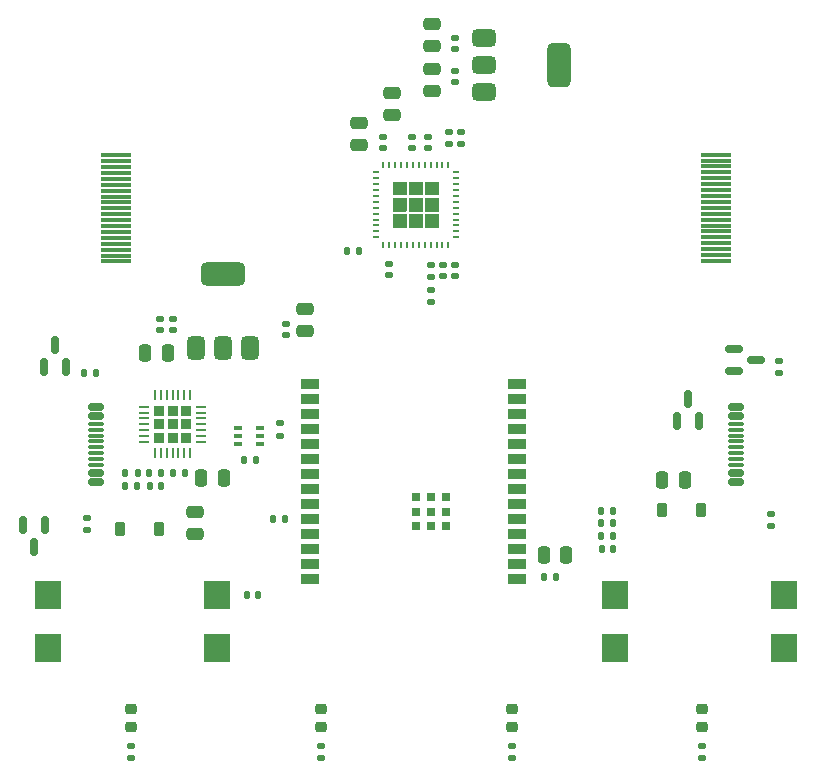
<source format=gtp>
G04 #@! TF.GenerationSoftware,KiCad,Pcbnew,8.0.5*
G04 #@! TF.CreationDate,2024-09-21T22:05:45-07:00*
G04 #@! TF.ProjectId,HDMI Breakout,48444d49-2042-4726-9561-6b6f75742e6b,rev?*
G04 #@! TF.SameCoordinates,Original*
G04 #@! TF.FileFunction,Paste,Top*
G04 #@! TF.FilePolarity,Positive*
%FSLAX46Y46*%
G04 Gerber Fmt 4.6, Leading zero omitted, Abs format (unit mm)*
G04 Created by KiCad (PCBNEW 8.0.5) date 2024-09-21 22:05:45*
%MOMM*%
%LPD*%
G01*
G04 APERTURE LIST*
G04 Aperture macros list*
%AMRoundRect*
0 Rectangle with rounded corners*
0 $1 Rounding radius*
0 $2 $3 $4 $5 $6 $7 $8 $9 X,Y pos of 4 corners*
0 Add a 4 corners polygon primitive as box body*
4,1,4,$2,$3,$4,$5,$6,$7,$8,$9,$2,$3,0*
0 Add four circle primitives for the rounded corners*
1,1,$1+$1,$2,$3*
1,1,$1+$1,$4,$5*
1,1,$1+$1,$6,$7*
1,1,$1+$1,$8,$9*
0 Add four rect primitives between the rounded corners*
20,1,$1+$1,$2,$3,$4,$5,0*
20,1,$1+$1,$4,$5,$6,$7,0*
20,1,$1+$1,$6,$7,$8,$9,0*
20,1,$1+$1,$8,$9,$2,$3,0*%
G04 Aperture macros list end*
%ADD10C,0.000000*%
%ADD11RoundRect,0.140000X0.170000X-0.140000X0.170000X0.140000X-0.170000X0.140000X-0.170000X-0.140000X0*%
%ADD12RoundRect,0.150000X-0.500000X0.150000X-0.500000X-0.150000X0.500000X-0.150000X0.500000X0.150000X0*%
%ADD13RoundRect,0.075000X-0.575000X0.075000X-0.575000X-0.075000X0.575000X-0.075000X0.575000X0.075000X0*%
%ADD14RoundRect,0.135000X-0.185000X0.135000X-0.185000X-0.135000X0.185000X-0.135000X0.185000X0.135000X0*%
%ADD15R,1.500000X0.900000*%
%ADD16R,0.800000X0.800000*%
%ADD17RoundRect,0.140000X-0.170000X0.140000X-0.170000X-0.140000X0.170000X-0.140000X0.170000X0.140000X0*%
%ADD18RoundRect,0.135000X-0.135000X-0.185000X0.135000X-0.185000X0.135000X0.185000X-0.135000X0.185000X0*%
%ADD19RoundRect,0.140000X-0.140000X-0.170000X0.140000X-0.170000X0.140000X0.170000X-0.140000X0.170000X0*%
%ADD20RoundRect,0.135000X0.185000X-0.135000X0.185000X0.135000X-0.185000X0.135000X-0.185000X-0.135000X0*%
%ADD21RoundRect,0.135000X0.135000X0.185000X-0.135000X0.185000X-0.135000X-0.185000X0.135000X-0.185000X0*%
%ADD22RoundRect,0.218750X0.256250X-0.218750X0.256250X0.218750X-0.256250X0.218750X-0.256250X-0.218750X0*%
%ADD23RoundRect,0.375000X-0.625000X-0.375000X0.625000X-0.375000X0.625000X0.375000X-0.625000X0.375000X0*%
%ADD24RoundRect,0.500000X-0.500000X-1.400000X0.500000X-1.400000X0.500000X1.400000X-0.500000X1.400000X0*%
%ADD25RoundRect,0.250000X0.475000X-0.250000X0.475000X0.250000X-0.475000X0.250000X-0.475000X-0.250000X0*%
%ADD26RoundRect,0.250000X-0.250000X-0.475000X0.250000X-0.475000X0.250000X0.475000X-0.250000X0.475000X0*%
%ADD27RoundRect,0.100000X-0.225000X-0.100000X0.225000X-0.100000X0.225000X0.100000X-0.225000X0.100000X0*%
%ADD28R,2.641600X0.330200*%
%ADD29RoundRect,0.225000X-0.225000X-0.375000X0.225000X-0.375000X0.225000X0.375000X-0.225000X0.375000X0*%
%ADD30RoundRect,0.225000X0.225000X0.375000X-0.225000X0.375000X-0.225000X-0.375000X0.225000X-0.375000X0*%
%ADD31RoundRect,0.150000X0.150000X-0.587500X0.150000X0.587500X-0.150000X0.587500X-0.150000X-0.587500X0*%
%ADD32RoundRect,0.375000X0.375000X-0.625000X0.375000X0.625000X-0.375000X0.625000X-0.375000X-0.625000X0*%
%ADD33RoundRect,0.500000X1.400000X-0.500000X1.400000X0.500000X-1.400000X0.500000X-1.400000X-0.500000X0*%
%ADD34RoundRect,0.150000X0.500000X-0.150000X0.500000X0.150000X-0.500000X0.150000X-0.500000X-0.150000X0*%
%ADD35RoundRect,0.075000X0.575000X-0.075000X0.575000X0.075000X-0.575000X0.075000X-0.575000X-0.075000X0*%
%ADD36R,2.300000X2.400000*%
%ADD37RoundRect,0.140000X0.140000X0.170000X-0.140000X0.170000X-0.140000X-0.170000X0.140000X-0.170000X0*%
%ADD38RoundRect,0.150000X-0.587500X-0.150000X0.587500X-0.150000X0.587500X0.150000X-0.587500X0.150000X0*%
%ADD39RoundRect,0.250000X-0.475000X0.250000X-0.475000X-0.250000X0.475000X-0.250000X0.475000X0.250000X0*%
%ADD40R,0.599999X0.240000*%
%ADD41R,0.240000X0.599999*%
%ADD42RoundRect,0.250000X0.250000X0.475000X-0.250000X0.475000X-0.250000X-0.475000X0.250000X-0.475000X0*%
%ADD43RoundRect,0.150000X-0.150000X0.587500X-0.150000X-0.587500X0.150000X-0.587500X0.150000X0.587500X0*%
%ADD44RoundRect,0.225000X-0.225000X-0.225000X0.225000X-0.225000X0.225000X0.225000X-0.225000X0.225000X0*%
%ADD45RoundRect,0.062500X-0.337500X-0.062500X0.337500X-0.062500X0.337500X0.062500X-0.337500X0.062500X0*%
%ADD46RoundRect,0.062500X-0.062500X-0.337500X0.062500X-0.337500X0.062500X0.337500X-0.062500X0.337500X0*%
G04 APERTURE END LIST*
D10*
G36*
X84172622Y-67006010D02*
G01*
X84182497Y-67009007D01*
X84191601Y-67013871D01*
X84199579Y-67020419D01*
X84206127Y-67028398D01*
X84210991Y-67037501D01*
X84213988Y-67047376D01*
X84214999Y-67057648D01*
X84214999Y-68122350D01*
X84213988Y-68132622D01*
X84210991Y-68142497D01*
X84206127Y-68151601D01*
X84199579Y-68159579D01*
X84191601Y-68166127D01*
X84182497Y-68170991D01*
X84172622Y-68173988D01*
X84162350Y-68174999D01*
X83097648Y-68174999D01*
X83087376Y-68173988D01*
X83077501Y-68170991D01*
X83068398Y-68166127D01*
X83060419Y-68159579D01*
X83053871Y-68151601D01*
X83049007Y-68142497D01*
X83046010Y-68132622D01*
X83044999Y-68122350D01*
X83044999Y-67057648D01*
X83046010Y-67047376D01*
X83049007Y-67037501D01*
X83053871Y-67028398D01*
X83060419Y-67020419D01*
X83068398Y-67013871D01*
X83077501Y-67009007D01*
X83087376Y-67006010D01*
X83097648Y-67004999D01*
X84162350Y-67004999D01*
X84172622Y-67006010D01*
G37*
G36*
X84172622Y-68376010D02*
G01*
X84182497Y-68379007D01*
X84191601Y-68383871D01*
X84199579Y-68390419D01*
X84206127Y-68398397D01*
X84210991Y-68407501D01*
X84213988Y-68417376D01*
X84214999Y-68427648D01*
X84214999Y-69492350D01*
X84213988Y-69502622D01*
X84210991Y-69512497D01*
X84206127Y-69521601D01*
X84199579Y-69529579D01*
X84191601Y-69536127D01*
X84182497Y-69540991D01*
X84172622Y-69543988D01*
X84162350Y-69544999D01*
X83097648Y-69544999D01*
X83087376Y-69543988D01*
X83077501Y-69540991D01*
X83068398Y-69536127D01*
X83060419Y-69529579D01*
X83053871Y-69521601D01*
X83049007Y-69512497D01*
X83046010Y-69502622D01*
X83044999Y-69492350D01*
X83044999Y-68427648D01*
X83046010Y-68417376D01*
X83049007Y-68407501D01*
X83053871Y-68398397D01*
X83060419Y-68390419D01*
X83068398Y-68383871D01*
X83077501Y-68379007D01*
X83087376Y-68376010D01*
X83097648Y-68374999D01*
X84162350Y-68374999D01*
X84172622Y-68376010D01*
G37*
G36*
X84172622Y-69746010D02*
G01*
X84182497Y-69749007D01*
X84191601Y-69753871D01*
X84199579Y-69760419D01*
X84206127Y-69768397D01*
X84210991Y-69777501D01*
X84213988Y-69787376D01*
X84214999Y-69797648D01*
X84214999Y-70862350D01*
X84213988Y-70872622D01*
X84210991Y-70882497D01*
X84206127Y-70891600D01*
X84199579Y-70899579D01*
X84191601Y-70906127D01*
X84182497Y-70910991D01*
X84172622Y-70913988D01*
X84162350Y-70914999D01*
X83097648Y-70914999D01*
X83087376Y-70913988D01*
X83077501Y-70910991D01*
X83068398Y-70906127D01*
X83060419Y-70899579D01*
X83053871Y-70891600D01*
X83049007Y-70882497D01*
X83046010Y-70872622D01*
X83044999Y-70862350D01*
X83044999Y-69797648D01*
X83046010Y-69787376D01*
X83049007Y-69777501D01*
X83053871Y-69768397D01*
X83060419Y-69760419D01*
X83068398Y-69753871D01*
X83077501Y-69749007D01*
X83087376Y-69746010D01*
X83097648Y-69744999D01*
X84162350Y-69744999D01*
X84172622Y-69746010D01*
G37*
G36*
X85542622Y-67006010D02*
G01*
X85552497Y-67009007D01*
X85561601Y-67013871D01*
X85569579Y-67020419D01*
X85576127Y-67028398D01*
X85580991Y-67037501D01*
X85583988Y-67047376D01*
X85584999Y-67057648D01*
X85584999Y-68122350D01*
X85583988Y-68132622D01*
X85580991Y-68142497D01*
X85576127Y-68151601D01*
X85569579Y-68159579D01*
X85561601Y-68166127D01*
X85552497Y-68170991D01*
X85542622Y-68173988D01*
X85532350Y-68174999D01*
X84467648Y-68174999D01*
X84457376Y-68173988D01*
X84447501Y-68170991D01*
X84438397Y-68166127D01*
X84430419Y-68159579D01*
X84423871Y-68151601D01*
X84419007Y-68142497D01*
X84416010Y-68132622D01*
X84414999Y-68122350D01*
X84414999Y-67057648D01*
X84416010Y-67047376D01*
X84419007Y-67037501D01*
X84423871Y-67028398D01*
X84430419Y-67020419D01*
X84438397Y-67013871D01*
X84447501Y-67009007D01*
X84457376Y-67006010D01*
X84467648Y-67004999D01*
X85532350Y-67004999D01*
X85542622Y-67006010D01*
G37*
G36*
X85542622Y-68376010D02*
G01*
X85552497Y-68379007D01*
X85561601Y-68383871D01*
X85569579Y-68390419D01*
X85576127Y-68398397D01*
X85580991Y-68407501D01*
X85583988Y-68417376D01*
X85584999Y-68427648D01*
X85584999Y-69492350D01*
X85583988Y-69502622D01*
X85580991Y-69512497D01*
X85576127Y-69521601D01*
X85569579Y-69529579D01*
X85561601Y-69536127D01*
X85552497Y-69540991D01*
X85542622Y-69543988D01*
X85532350Y-69544999D01*
X84467648Y-69544999D01*
X84457376Y-69543988D01*
X84447501Y-69540991D01*
X84438397Y-69536127D01*
X84430419Y-69529579D01*
X84423871Y-69521601D01*
X84419007Y-69512497D01*
X84416010Y-69502622D01*
X84414999Y-69492350D01*
X84414999Y-68427648D01*
X84416010Y-68417376D01*
X84419007Y-68407501D01*
X84423871Y-68398397D01*
X84430419Y-68390419D01*
X84438397Y-68383871D01*
X84447501Y-68379007D01*
X84457376Y-68376010D01*
X84467648Y-68374999D01*
X85532350Y-68374999D01*
X85542622Y-68376010D01*
G37*
G36*
X85542622Y-69746010D02*
G01*
X85552497Y-69749007D01*
X85561601Y-69753871D01*
X85569579Y-69760419D01*
X85576127Y-69768397D01*
X85580991Y-69777501D01*
X85583988Y-69787376D01*
X85584999Y-69797648D01*
X85584999Y-70862350D01*
X85583988Y-70872622D01*
X85580991Y-70882497D01*
X85576127Y-70891600D01*
X85569579Y-70899579D01*
X85561601Y-70906127D01*
X85552497Y-70910991D01*
X85542622Y-70913988D01*
X85532350Y-70914999D01*
X84467648Y-70914999D01*
X84457376Y-70913988D01*
X84447501Y-70910991D01*
X84438397Y-70906127D01*
X84430419Y-70899579D01*
X84423871Y-70891600D01*
X84419007Y-70882497D01*
X84416010Y-70872622D01*
X84414999Y-70862350D01*
X84414999Y-69797648D01*
X84416010Y-69787376D01*
X84419007Y-69777501D01*
X84423871Y-69768397D01*
X84430419Y-69760419D01*
X84438397Y-69753871D01*
X84447501Y-69749007D01*
X84457376Y-69746010D01*
X84467648Y-69744999D01*
X85532350Y-69744999D01*
X85542622Y-69746010D01*
G37*
G36*
X86912622Y-67006010D02*
G01*
X86922497Y-67009007D01*
X86931600Y-67013871D01*
X86939579Y-67020419D01*
X86946127Y-67028398D01*
X86950991Y-67037501D01*
X86953988Y-67047376D01*
X86954999Y-67057648D01*
X86954999Y-68122350D01*
X86953988Y-68132622D01*
X86950991Y-68142497D01*
X86946127Y-68151601D01*
X86939579Y-68159579D01*
X86931600Y-68166127D01*
X86922497Y-68170991D01*
X86912622Y-68173988D01*
X86902350Y-68174999D01*
X85837648Y-68174999D01*
X85827376Y-68173988D01*
X85817501Y-68170991D01*
X85808397Y-68166127D01*
X85800419Y-68159579D01*
X85793871Y-68151601D01*
X85789007Y-68142497D01*
X85786010Y-68132622D01*
X85784999Y-68122350D01*
X85784999Y-67057648D01*
X85786010Y-67047376D01*
X85789007Y-67037501D01*
X85793871Y-67028398D01*
X85800419Y-67020419D01*
X85808397Y-67013871D01*
X85817501Y-67009007D01*
X85827376Y-67006010D01*
X85837648Y-67004999D01*
X86902350Y-67004999D01*
X86912622Y-67006010D01*
G37*
G36*
X86912622Y-68376010D02*
G01*
X86922497Y-68379007D01*
X86931600Y-68383871D01*
X86939579Y-68390419D01*
X86946127Y-68398397D01*
X86950991Y-68407501D01*
X86953988Y-68417376D01*
X86954999Y-68427648D01*
X86954999Y-69492350D01*
X86953988Y-69502622D01*
X86950991Y-69512497D01*
X86946127Y-69521601D01*
X86939579Y-69529579D01*
X86931600Y-69536127D01*
X86922497Y-69540991D01*
X86912622Y-69543988D01*
X86902350Y-69544999D01*
X85837648Y-69544999D01*
X85827376Y-69543988D01*
X85817501Y-69540991D01*
X85808397Y-69536127D01*
X85800419Y-69529579D01*
X85793871Y-69521601D01*
X85789007Y-69512497D01*
X85786010Y-69502622D01*
X85784999Y-69492350D01*
X85784999Y-68427648D01*
X85786010Y-68417376D01*
X85789007Y-68407501D01*
X85793871Y-68398397D01*
X85800419Y-68390419D01*
X85808397Y-68383871D01*
X85817501Y-68379007D01*
X85827376Y-68376010D01*
X85837648Y-68374999D01*
X86902350Y-68374999D01*
X86912622Y-68376010D01*
G37*
G36*
X86912622Y-69746010D02*
G01*
X86922497Y-69749007D01*
X86931600Y-69753871D01*
X86939579Y-69760419D01*
X86946127Y-69768397D01*
X86950991Y-69777501D01*
X86953988Y-69787376D01*
X86954999Y-69797648D01*
X86954999Y-70862350D01*
X86953988Y-70872622D01*
X86950991Y-70882497D01*
X86946127Y-70891600D01*
X86939579Y-70899579D01*
X86931600Y-70906127D01*
X86922497Y-70910991D01*
X86912622Y-70913988D01*
X86902350Y-70914999D01*
X85837648Y-70914999D01*
X85827376Y-70913988D01*
X85817501Y-70910991D01*
X85808397Y-70906127D01*
X85800419Y-70899579D01*
X85793871Y-70891600D01*
X85789007Y-70882497D01*
X85786010Y-70872622D01*
X85784999Y-70862350D01*
X85784999Y-69797648D01*
X85786010Y-69787376D01*
X85789007Y-69777501D01*
X85793871Y-69768397D01*
X85800419Y-69760419D01*
X85808397Y-69753871D01*
X85817501Y-69749007D01*
X85827376Y-69746010D01*
X85837648Y-69744999D01*
X86902350Y-69744999D01*
X86912622Y-69746010D01*
G37*
D11*
X82258000Y-64196000D03*
X82258000Y-63236000D03*
D12*
X57920000Y-86050000D03*
X57920000Y-86850000D03*
D13*
X57920000Y-88000000D03*
X57920000Y-89000000D03*
X57920000Y-89500000D03*
X57920000Y-90500000D03*
D12*
X57920000Y-91650000D03*
X57920000Y-92450000D03*
X57920000Y-92450000D03*
X57920000Y-91650000D03*
D13*
X57920000Y-91000000D03*
X57920000Y-90000000D03*
X57920000Y-88500000D03*
X57920000Y-87500000D03*
D12*
X57920000Y-86850000D03*
X57920000Y-86050000D03*
D14*
X115790000Y-82180000D03*
X115790000Y-83200000D03*
D15*
X93550000Y-100670000D03*
X93550000Y-99400000D03*
X93550000Y-98130000D03*
X93550000Y-96860000D03*
X93550000Y-95590000D03*
X93550000Y-94320000D03*
X93550000Y-93050000D03*
X93550000Y-91780000D03*
X93550000Y-90510000D03*
X93550000Y-89240000D03*
X93550000Y-87970000D03*
X93550000Y-86700000D03*
X93550000Y-85430000D03*
X93550000Y-84160000D03*
X76050000Y-84160000D03*
X76050000Y-85430000D03*
X76050000Y-86700000D03*
X76050000Y-87970000D03*
X76050000Y-89240000D03*
X76050000Y-90510000D03*
X76050000Y-91780000D03*
X76050000Y-93050000D03*
X76050000Y-94320000D03*
X76050000Y-95590000D03*
X76050000Y-96860000D03*
X76050000Y-98130000D03*
X76050000Y-99400000D03*
X76050000Y-100670000D03*
D16*
X87555000Y-96200000D03*
X87555000Y-94950000D03*
X87555000Y-93700000D03*
X86305000Y-96200000D03*
X86305000Y-94950000D03*
X86305000Y-93700000D03*
X85055000Y-96200000D03*
X85055000Y-94950000D03*
X85055000Y-93700000D03*
D17*
X82692000Y-73976499D03*
X82692000Y-74936499D03*
D18*
X70410000Y-90580000D03*
X71430000Y-90580000D03*
D19*
X95880000Y-100460000D03*
X96840000Y-100460000D03*
D18*
X72930000Y-95580000D03*
X73950000Y-95580000D03*
D20*
X86290000Y-77190000D03*
X86290000Y-76170000D03*
D17*
X88300000Y-54840000D03*
X88300000Y-55800000D03*
D21*
X63427660Y-91670000D03*
X62407660Y-91670000D03*
D14*
X93100000Y-114800000D03*
X93100000Y-115820000D03*
D22*
X77000000Y-113200000D03*
X77000000Y-111625000D03*
D23*
X90800000Y-54800000D03*
X90800000Y-57100000D03*
X90800000Y-59400000D03*
D24*
X97100000Y-57100000D03*
D11*
X88788000Y-63791500D03*
X88788000Y-62831500D03*
D25*
X86400000Y-59350000D03*
X86400000Y-57450000D03*
D11*
X87772000Y-63791500D03*
X87772000Y-62831500D03*
D22*
X93100000Y-113200000D03*
X93100000Y-111625000D03*
D26*
X66850000Y-92100000D03*
X68750000Y-92100000D03*
D20*
X86248000Y-75040000D03*
X86248000Y-74020000D03*
D17*
X88280000Y-74048000D03*
X88280000Y-75008000D03*
D27*
X69930000Y-87880000D03*
X69930000Y-88530000D03*
X69930000Y-89180000D03*
X71830000Y-89180000D03*
X71830000Y-88530000D03*
X71830000Y-87880000D03*
D28*
X59624959Y-73762700D03*
X59624959Y-73262700D03*
X59624959Y-72762700D03*
X59624959Y-72262700D03*
X59624959Y-71762700D03*
X59624959Y-71262700D03*
X59624959Y-70762700D03*
X59624959Y-70262700D03*
X59624959Y-69762700D03*
X59624959Y-69262700D03*
X59624959Y-68762701D03*
X59624959Y-68262700D03*
X59624959Y-67762700D03*
X59624959Y-67262700D03*
X59624959Y-66762700D03*
X59624959Y-66262700D03*
X59624959Y-65762700D03*
X59624959Y-65262700D03*
X59624959Y-64762700D03*
D22*
X109200000Y-113200000D03*
X109200000Y-111625000D03*
D19*
X100720000Y-98100000D03*
X101680000Y-98100000D03*
D29*
X105830000Y-94810000D03*
X109130000Y-94810000D03*
D26*
X95850000Y-98600000D03*
X97750000Y-98600000D03*
X105850000Y-92300000D03*
X107750000Y-92300000D03*
D18*
X60407660Y-92770000D03*
X61427660Y-92770000D03*
D14*
X60900000Y-114800000D03*
X60900000Y-115820000D03*
D11*
X74000000Y-79980000D03*
X74000000Y-79020000D03*
D25*
X66300000Y-96850000D03*
X66300000Y-94950000D03*
D30*
X63250000Y-96410000D03*
X59950000Y-96410000D03*
D11*
X86020000Y-64196000D03*
X86020000Y-63236000D03*
D31*
X107100000Y-87300000D03*
X109000000Y-87300000D03*
X108050000Y-85425000D03*
D18*
X100690000Y-95940000D03*
X101710000Y-95940000D03*
D14*
X73480000Y-87480000D03*
X73480000Y-88500000D03*
D18*
X60417660Y-91670000D03*
X61437660Y-91670000D03*
D32*
X66400000Y-81100000D03*
X68700000Y-81100000D03*
X71000000Y-81100000D03*
D33*
X68700000Y-74800000D03*
D19*
X70665000Y-101970000D03*
X71625000Y-101970000D03*
D34*
X112080000Y-92450000D03*
X112080000Y-91650000D03*
D35*
X112080000Y-90500000D03*
X112080000Y-89500000D03*
X112080000Y-89000000D03*
X112080000Y-88000000D03*
D34*
X112080000Y-86850000D03*
X112080000Y-86050000D03*
X112080000Y-86050000D03*
X112080000Y-86850000D03*
D35*
X112080000Y-87500000D03*
X112080000Y-88500000D03*
X112080000Y-90000000D03*
X112080000Y-91000000D03*
D34*
X112080000Y-91650000D03*
X112080000Y-92450000D03*
D11*
X63300000Y-79600000D03*
X63300000Y-78640000D03*
D31*
X53510000Y-82707500D03*
X55410000Y-82707500D03*
X54460000Y-80832500D03*
D36*
X101850000Y-102000000D03*
X116150000Y-102000000D03*
X101850000Y-106500000D03*
X116150000Y-106500000D03*
D21*
X57920000Y-83200000D03*
X56900000Y-83200000D03*
D11*
X88300000Y-58560000D03*
X88300000Y-57600000D03*
D17*
X87264000Y-74048000D03*
X87264000Y-75008000D03*
D37*
X80152000Y-72846999D03*
X79192000Y-72846999D03*
D25*
X83020000Y-61364000D03*
X83020000Y-59464000D03*
D18*
X100690000Y-97000000D03*
X101710000Y-97000000D03*
D25*
X80226000Y-63904000D03*
X80226000Y-62004000D03*
D11*
X64400000Y-79580000D03*
X64400000Y-78620000D03*
D22*
X60900000Y-113200000D03*
X60900000Y-111625000D03*
D38*
X111902500Y-81170000D03*
X111902500Y-83070000D03*
X113777500Y-82120000D03*
D39*
X86400000Y-53650000D03*
X86400000Y-55550000D03*
D14*
X109200000Y-114800000D03*
X109200000Y-115820000D03*
D20*
X115050000Y-96180000D03*
X115050000Y-95160000D03*
D21*
X65427660Y-91670000D03*
X64407660Y-91670000D03*
D28*
X110415041Y-64717300D03*
X110415041Y-65217300D03*
X110415041Y-65717300D03*
X110415041Y-66217300D03*
X110415041Y-66717300D03*
X110415041Y-67217300D03*
X110415041Y-67717300D03*
X110415041Y-68217300D03*
X110415041Y-68717300D03*
X110415041Y-69217300D03*
X110415041Y-69717299D03*
X110415041Y-70217300D03*
X110415041Y-70717300D03*
X110415041Y-71217300D03*
X110415041Y-71717300D03*
X110415041Y-72217300D03*
X110415041Y-72717300D03*
X110415041Y-73217300D03*
X110415041Y-73717300D03*
D19*
X100700000Y-94870000D03*
X101660000Y-94870000D03*
D14*
X77000000Y-114800000D03*
X77000000Y-115820000D03*
D25*
X75600000Y-79650000D03*
X75600000Y-77750000D03*
D19*
X62467660Y-92770000D03*
X63427660Y-92770000D03*
D40*
X81599998Y-66209999D03*
X81599998Y-66709998D03*
X81599998Y-67210000D03*
X81599998Y-67709999D03*
X81599998Y-68210001D03*
X81599998Y-68709999D03*
X81599998Y-69209999D03*
X81599998Y-69710000D03*
X81599998Y-70209999D03*
X81599998Y-70710001D03*
X81599998Y-71210000D03*
X81599998Y-71709999D03*
D41*
X82249999Y-72360000D03*
X82749998Y-72360000D03*
X83250000Y-72360000D03*
X83749999Y-72360000D03*
X84250001Y-72360000D03*
X84749999Y-72360000D03*
X85249999Y-72360000D03*
X85750000Y-72360000D03*
X86249999Y-72360000D03*
X86750001Y-72360000D03*
X87250000Y-72360000D03*
X87749999Y-72360000D03*
D40*
X88400000Y-71709999D03*
X88400000Y-71210000D03*
X88400000Y-70710001D03*
X88400000Y-70209999D03*
X88400000Y-69710000D03*
X88400000Y-69209999D03*
X88400000Y-68709999D03*
X88400000Y-68210001D03*
X88400000Y-67709999D03*
X88400000Y-67210000D03*
X88400000Y-66709998D03*
X88400000Y-66209999D03*
D41*
X87749999Y-65559998D03*
X87250000Y-65559998D03*
X86750001Y-65559998D03*
X86249999Y-65559998D03*
X85750000Y-65559998D03*
X85249999Y-65559998D03*
X84749999Y-65559998D03*
X84250001Y-65559998D03*
X83749999Y-65559998D03*
X83250000Y-65559998D03*
X82749998Y-65559998D03*
X82249999Y-65559998D03*
D11*
X84700000Y-64196000D03*
X84700000Y-63236000D03*
D36*
X53850000Y-102000000D03*
X68150000Y-102000000D03*
X53850000Y-106500000D03*
X68150000Y-106500000D03*
D42*
X64000000Y-81500000D03*
X62100000Y-81500000D03*
D43*
X53640000Y-96075000D03*
X51740000Y-96075000D03*
X52690000Y-97950000D03*
D44*
X63280000Y-86430000D03*
X63280000Y-87550000D03*
X63280000Y-88670000D03*
X64400000Y-86430000D03*
X64400000Y-87550000D03*
X64400000Y-88670000D03*
X65520000Y-86430000D03*
X65520000Y-87550000D03*
X65520000Y-88670000D03*
D45*
X61950000Y-86050000D03*
X61950000Y-86550000D03*
X61950000Y-87050000D03*
X61950000Y-87550000D03*
X61950000Y-88050000D03*
X61950000Y-88550000D03*
X61950000Y-89050000D03*
D46*
X62900000Y-90000000D03*
X63400000Y-90000000D03*
X63900000Y-90000000D03*
X64400000Y-90000000D03*
X64900000Y-90000000D03*
X65400000Y-90000000D03*
X65900000Y-90000000D03*
D45*
X66850000Y-89050000D03*
X66850000Y-88550000D03*
X66850000Y-88050000D03*
X66850000Y-87550000D03*
X66850000Y-87050000D03*
X66850000Y-86550000D03*
X66850000Y-86050000D03*
D46*
X65900000Y-85100000D03*
X65400000Y-85100000D03*
X64900000Y-85100000D03*
X64400000Y-85100000D03*
X63900000Y-85100000D03*
X63400000Y-85100000D03*
X62900000Y-85100000D03*
D20*
X57190000Y-96470000D03*
X57190000Y-95450000D03*
M02*

</source>
